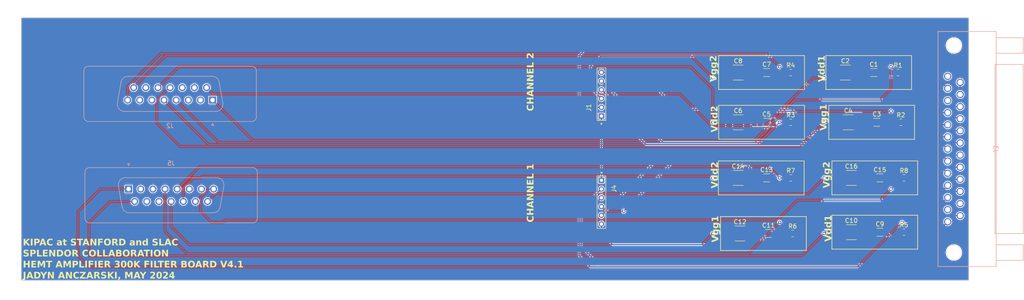
<source format=kicad_pcb>
(kicad_pcb (version 20221018) (generator pcbnew)

  (general
    (thickness 1.6)
  )

  (paper "A4")
  (title_block
    (title "HEMT Amplifier 300K Filter Box")
    (date "2024-05-09")
    (rev "V4.1")
    (company "SPLENDOR Collaboration")
    (comment 1 "Jadyn Anczarski | 2024")
    (comment 2 "KIPAC at Stanford and SLAC")
  )

  (layers
    (0 "F.Cu" signal)
    (31 "B.Cu" signal)
    (32 "B.Adhes" user "B.Adhesive")
    (33 "F.Adhes" user "F.Adhesive")
    (34 "B.Paste" user)
    (35 "F.Paste" user)
    (36 "B.SilkS" user "B.Silkscreen")
    (37 "F.SilkS" user "F.Silkscreen")
    (38 "B.Mask" user)
    (39 "F.Mask" user)
    (40 "Dwgs.User" user "User.Drawings")
    (41 "Cmts.User" user "User.Comments")
    (42 "Eco1.User" user "User.Eco1")
    (43 "Eco2.User" user "User.Eco2")
    (44 "Edge.Cuts" user)
    (45 "Margin" user)
    (46 "B.CrtYd" user "B.Courtyard")
    (47 "F.CrtYd" user "F.Courtyard")
    (48 "B.Fab" user)
    (49 "F.Fab" user)
    (50 "User.1" user)
    (51 "User.2" user)
    (52 "User.3" user)
    (53 "User.4" user)
    (54 "User.5" user)
    (55 "User.6" user)
    (56 "User.7" user)
    (57 "User.8" user)
    (58 "User.9" user)
  )

  (setup
    (pad_to_mask_clearance 0)
    (grid_origin 50.810662 0)
    (pcbplotparams
      (layerselection 0x00010fc_ffffffff)
      (plot_on_all_layers_selection 0x0000000_00000000)
      (disableapertmacros false)
      (usegerberextensions false)
      (usegerberattributes true)
      (usegerberadvancedattributes true)
      (creategerberjobfile true)
      (dashed_line_dash_ratio 12.000000)
      (dashed_line_gap_ratio 3.000000)
      (svgprecision 4)
      (plotframeref false)
      (viasonmask false)
      (mode 1)
      (useauxorigin false)
      (hpglpennumber 1)
      (hpglpenspeed 20)
      (hpglpendiameter 15.000000)
      (dxfpolygonmode true)
      (dxfimperialunits true)
      (dxfusepcbnewfont true)
      (psnegative false)
      (psa4output false)
      (plotreference true)
      (plotvalue true)
      (plotinvisibletext false)
      (sketchpadsonfab false)
      (subtractmaskfromsilk false)
      (outputformat 1)
      (mirror false)
      (drillshape 1)
      (scaleselection 1)
      (outputdirectory "")
    )
  )

  (net 0 "")
  (net 1 "GND")
  (net 2 "unconnected-(J2-Pad2)")
  (net 3 "unconnected-(J2-Pad3)")
  (net 4 "unconnected-(J2-Pad6)")
  (net 5 "unconnected-(J2-Pad7)")
  (net 6 "unconnected-(J2-P10-Pad10)")
  (net 7 "unconnected-(J2-P111-Pad11)")
  (net 8 "unconnected-(J2-P14-Pad14)")
  (net 9 "unconnected-(J3-Pad2)")
  (net 10 "unconnected-(J3-Pad11)")
  (net 11 "unconnected-(J3-Pad13)")
  (net 12 "unconnected-(J3-P15-Pad15)")
  (net 13 "unconnected-(J3-P24-Pad24)")
  (net 14 "unconnected-(J5-Pad2)")
  (net 15 "unconnected-(J5-Pad3)")
  (net 16 "unconnected-(J5-Pad6)")
  (net 17 "unconnected-(J5-Pad7)")
  (net 18 "unconnected-(J5-P10-Pad10)")
  (net 19 "unconnected-(J5-P111-Pad11)")
  (net 20 "unconnected-(J5-P14-Pad14)")
  (net 21 "/Vdd1+(2)")
  (net 22 "/Vdd1-(2)")
  (net 23 "/INJ (2)")
  (net 24 "/Vgg1-(2)")
  (net 25 "/Vdd2-(2)")
  (net 26 "/Vgg2-(2)")
  (net 27 "/Vdd1+(1)")
  (net 28 "/Vdd1-(1)")
  (net 29 "/INJ (1)")
  (net 30 "/Vgg1-(1)")
  (net 31 "/Vdd2-(1)")
  (net 32 "/Vgg2-(1)")
  (net 33 "/OUT-(2)")
  (net 34 "/OUT+(2)")
  (net 35 "/DETBIAS-(2)")
  (net 36 "/DETBIAS+(2)")
  (net 37 "/Vgg2+(2)")
  (net 38 "/Vdd2+(2)")
  (net 39 "/OUT-(1)")
  (net 40 "/DETBIAS-(1)")
  (net 41 "/OUT+(1)")
  (net 42 "/DETBIAS+(1)")
  (net 43 "/Vgg2+(1)")
  (net 44 "/Vdd2+(1)")
  (net 45 "/Vdd1+(2) ")
  (net 46 "/Vgg1+(2)")
  (net 47 "/Vdd2(2) ")
  (net 48 "/Vgg2(2) ")
  (net 49 "/Vdd1+(1) ")
  (net 50 "/Vdd2(1) ")
  (net 51 "/Vgg2(1) ")
  (net 52 "/Vgg1+(1)")

  (footprint "Capacitor_SMD:C_1206_3216Metric" (layer "F.Cu") (at 238.770662 101.6))

  (footprint "Capacitor_SMD:C_1812_4532Metric" (layer "F.Cu") (at 230.890662 77.5335))

  (footprint "Capacitor_SMD:C_1206_3216Metric" (layer "F.Cu") (at 213.370662 114.3))

  (footprint "Resistor_SMD:R_0805_2012Metric" (layer "F.Cu") (at 218.450662 88.9))

  (footprint "Resistor_SMD:R_0805_2012Metric" (layer "F.Cu") (at 244.270662 114.0035))

  (footprint "Capacitor_SMD:C_1206_3216Metric" (layer "F.Cu") (at 212.950662 77.5335))

  (footprint "Capacitor_SMD:C_1206_3216Metric" (layer "F.Cu") (at 237.390662 77.5335))

  (footprint "Resistor_SMD:R_0805_2012Metric" (layer "F.Cu") (at 218.870662 114.3))

  (footprint "Resistor_SMD:R_0805_2012Metric" (layer "F.Cu") (at 218.450662 77.5335))

  (footprint "Resistor_SMD:R_0805_2012Metric" (layer "F.Cu") (at 242.890662 77.5335))

  (footprint "Capacitor_SMD:C_1206_3216Metric" (layer "F.Cu") (at 212.950662 101.6))

  (footprint "Capacitor_SMD:C_1812_4532Metric" (layer "F.Cu") (at 232.270662 101.6))

  (footprint "Capacitor_SMD:C_1812_4532Metric" (layer "F.Cu") (at 206.450662 101.6))

  (footprint "Capacitor_SMD:C_1812_4532Metric" (layer "F.Cu") (at 206.870662 114.3))

  (footprint "Capacitor_SMD:C_1812_4532Metric" (layer "F.Cu") (at 206.450662 88.9))

  (footprint "lib:MILL-MAX_830-10-006-10-005000" (layer "F.Cu") (at 175.270662 82.475 90))

  (footprint "Capacitor_SMD:C_1812_4532Metric" (layer "F.Cu") (at 231.55941 88.9))

  (footprint "lib:MILL-MAX_830-10-006-10-005000" (layer "F.Cu") (at 175.270662 107.14 -90))

  (footprint "Capacitor_SMD:C_1206_3216Metric" (layer "F.Cu") (at 238.770662 114.0035))

  (footprint "Capacitor_SMD:C_1206_3216Metric" (layer "F.Cu") (at 212.950662 88.9))

  (footprint "Capacitor_SMD:C_1812_4532Metric" (layer "F.Cu") (at 232.270662 114.0035))

  (footprint "Capacitor_SMD:C_1812_4532Metric" (layer "F.Cu") (at 206.450662 77.5335))

  (footprint "Resistor_SMD:R_0805_2012Metric" (layer "F.Cu") (at 218.450662 101.6))

  (footprint "Capacitor_SMD:C_1206_3216Metric" (layer "F.Cu") (at 238.05941 88.9))

  (footprint "Resistor_SMD:R_0805_2012Metric" (layer "F.Cu") (at 243.55941 88.9))

  (footprint "Resistor_SMD:R_0805_2012Metric" (layer "F.Cu") (at 244.270662 101.6))

  (footprint "Connector_Dsub:DSUB-15_Female_Vertical_P2.77x2.84mm" (layer "B.Cu") (at 86.600662 83.82))

  (footprint "lib:CONN_5747846-4_TYC" (layer "B.Cu") (at 265.159931 95 90))

  (footprint "Connector_Dsub:DSUB-15_Female_Vertical_P2.77x2.84mm" (layer "B.Cu") (at 67.440662 104.14 180))

  (gr_line (start 201.930324 97.7265) (end 201.930324 105.4735)
    (stroke (width 0.15) (type default)) (layer "F.SilkS") (tstamp 06e053e5-e103-4f9a-b24d-dc599345a786))
  (gr_line (start 227.12041 92.7735) (end 246.67841 92.7735)
    (stroke (width 0.15) (type default)) (layer "F.SilkS") (tstamp 1c392bc6-a9f5-42dd-9e33-a2b96b3ffde9))
  (gr_line (start 221.989662 110.4265) (end 202.431662 110.4265)
    (stroke (width 0.15) (type default)) (layer "F.SilkS") (tstamp 1d2260d1-a33b-43ce-9de7-af574bd60f92))
  (gr_line (start 202.011662 85.0265) (end 202.011662 92.7735)
    (stroke (width 0.15) (type default)) (layer "F.SilkS") (tstamp 2dac2d50-e1ea-4b8e-b3f3-5e46e6409e36))
  (gr_line (start 221.569662 81.407) (end 221.569662 73.66)
    (stroke (width 0.15) (type default)) (layer "F.SilkS") (tstamp 36af4fe3-a8bb-4c47-88bc-b96dd9aef578))
  (gr_line (start 201.930324 105.4735) (end 221.488324 105.4735)
    (stroke (width 0.15) (type default)) (layer "F.SilkS") (tstamp 3c699a2b-9444-49dc-8678-3ad071b2a8aa))
  (gr_line (start 221.488324 105.4735) (end 221.488324 97.7265)
    (stroke (width 0.15) (type default)) (layer "F.SilkS") (tstamp 435c4ef9-7219-41bd-ae91-30d3a9ac9d99))
  (gr_line (start 202.011662 92.7735) (end 221.569662 92.7735)
    (stroke (width 0.15) (type default)) (layer "F.SilkS") (tstamp 439e8968-73be-43b6-9d1e-c7b41345c26b))
  (gr_line (start 247.389662 117.877) (end 247.389662 110.13)
    (stroke (width 0.15) (type default)) (layer "F.SilkS") (tstamp 46e90197-3186-4b40-a919-6b062cd076e2))
  (gr_line (start 247.389662 105.4735) (end 247.389662 97.7265)
    (stroke (width 0.15) (type default)) (layer "F.SilkS") (tstamp 47012053-ff99-4509-b6fc-34dc37a630f3))
  (gr_line (start 221.989662 118.1735) (end 221.989662 110.4265)
    (stroke (width 0.15) (type default)) (layer "F.SilkS") (tstamp 4b86ad76-b828-4008-9d75-5e453a516131))
  (gr_line (start 202.011662 81.407) (end 221.569662 81.407)
    (stroke (width 0.15) (type default)) (layer "F.SilkS") (tstamp 5ced2e3d-6dec-4a25-a45b-f3bb356a119a))
  (gr_line (start 227.12041 85.0265) (end 227.12041 92.7735)
    (stroke (width 0.15) (type default)) (layer "F.SilkS") (tstamp 62adb5b6-7a9d-405f-bac5-60a61f74b602))
  (gr_line (start 221.488324 97.7265) (end 201.930324 97.7265)
    (stroke (width 0.15) (type default)) (layer "F.SilkS") (tstamp 7bccbab3-1136-40c4-a9d8-c8f458d6f9d3))
  (gr_line (start 227.831662 105.4735) (end 247.389662 105.4735)
    (stroke (width 0.15) (type default)) (layer "F.SilkS") (tstamp 841ce552-3e36-474c-8fad-be398af63004))
  (gr_line (start 227.831662 110.13) (end 227.831662 117.877)
    (stroke (width 0.15) (type default)) (layer "F.SilkS") (tstamp 86d11e0a-9e1f-4cce-ad09-dbf02dcdf0e0))
  (gr_line (start 221.569662 85.0265) (end 202.011662 85.0265)
    (stroke (width 0.15) (type default)) (layer "F.SilkS") (tstamp 8c8c751c-1251-4881-80e0-aba4122bde06))
  (gr_line (start 227.831662 97.7265) (end 227.831662 105.4735)
    (stroke (width 0.15) (type default)) (layer "F.SilkS") (tstamp 8ebb1e18-4079-4304-96a9-73d1be1e9e59))
  (gr_line (start 246.67841 92.7735) (end 246.67841 85.0265)
    (stroke (width 0.15) (type default)) (layer "F.SilkS") (tstamp 992dab02-4e28-4264-b4b3-58bd9f987b72))
  (gr_line (start 226.451662 81.407) (end 246.009662 81.407)
    (stroke (width 0.15) (type default)) (layer "F.SilkS") (tstamp a94ce476-1bf9-4ab5-96aa-1a11a5e70cfb))
  (gr_line (start 246.009662 81.407) (end 246.009662 73.66)
    (stroke (width 0.15) (type default)) (layer "F.SilkS") (tstamp b26f6f9f-2d76-4927-9d45-61fc81bd658c))
  (gr_line (start 246.009662 73.66) (end 226.451662 73.66)
    (stroke (width 0.15) (type default)) (layer "F.SilkS") (tstamp b3b89b70-4ea8-4aec-adc4-2aa29aec1504))
  (gr_line (start 221.569662 92.7735) (end 221.569662 85.0265)
    (stroke (width 0.15) (type default)) (layer "F.SilkS") (tstamp bf57c742-1f36-4020-99ef-da23f7607148))
  (gr_line (start 247.389662 97.7265) (end 227.831662 97.7265)
    (stroke (width 0.15) (type default)) (layer "F.SilkS") (tstamp c0a77660-d912-42f5-8016-210b2948449e))
  (gr_line (start 247.389662 110.13) (end 227.831662 110.13)
    (stroke (width 0.15) (type default)) (layer "F.SilkS") (tstamp cc5f59af-5332-48fe-91cb-32df4f101f93))
  (gr_line (start 202.011662 73.66) (end 202.011662 81.407)
    (stroke (width 0.15) (type default)) (layer "F.SilkS") (tstamp cde37ed7-4e07-4da6-bb91-51d23c73efae))
  (gr_line (start 226.451662 73.66) (end 226.451662 81.407)
    (stroke (width 0.15) (type default)) (layer "F.SilkS") (tstamp d9eed187-6727-4692-837b-20e31f2ee4dd))
  (gr_line (start 227.831662 117.877) (end 247.389662 117.877)
    (stroke (width 0.15) (type default)) (layer "F.SilkS") (tstamp e0015b84-01a6-439d-acba-ef116f527ffb))
  (gr_line (start 246.67841 85.0265) (end 227.12041 85.0265)
    (stroke (width 0.15) (type default)) (layer "F.SilkS") (tstamp e6c5abe0-43fa-4860-b9ff-0bae33872871))
  (gr_line (start 202.431662 110.4265) (end 202.431662 118.1735)
    (stroke (width 0.15) (type default)) (layer "F.SilkS") (tstamp ebe0c849-0f41-4a0d-a075-17ee2f0d2de7))
  (gr_line (start 202.431662 118.1735) (end 221.989662 118.1735)
    (stroke (width 0.15) (type default)) (layer "F.SilkS") (tstamp f3f8771f-22f8-4ae8-9967-a49885c0f46c))
  (gr_line (start 221.569662 73.66) (end 202.011662 73.66)
    (stroke (width 0.15) (type default)) (layer "F.SilkS") (tstamp f535e50d-7bf4-4908-9fc3-731b6a6fa6e5))
  (gr_line (start 43 65) (end 43 125)
    (stroke (width 0.1) (type default)) (layer "Edge.Cuts") (tstamp 9daaad10-d83e-45ec-a686-5f4b2e52eead))
  (gr_line (start 43 125) (end 259 125)
    (stroke (width 0.1) (type default)) (layer "Edge.Cuts") (tstamp cf685dbd-f11e-411a-baff-99597177cf1f))
  (gr_line (start 259 125) (end 259 65)
    (stroke (width 0.1) (type default)) (layer "Edge.Cuts") (tstamp d137b5ed-a728-41df-ab95-5a179d5bfa40))
  (gr_line (start 259 65) (end 43 65)
    (stroke (width 0.1) (type default)) (layer "Edge.Cuts") (tstamp ff78a30e-ddd8-408b-808f-93b5d7b1d3e3))
  (gr_text "KIPAC at STANFORD and SLAC\nSPLENDOR COLLABORATION\nHEMT AMPLIFIER 300K FILTER BOARD V4.1\nJADYN ANCZARSKI, MAY 2024" (at 43.317662 124.841) (layer "F.SilkS") (tstamp 1d0aa74d-9d51-4b05-b632-1ef0de7daac3)
    (effects (font (face "Trebuchet MS") (size 1.5 1.5) (thickness 0.3) bold) (justify left bottom))
    (render_cache "KIPAC at STANFORD and SLAC\nSPLENDOR COLLABORATION\nHEMT AMPLIFIER 300K FILTER BOARD V4.1\nJADYN ANCZARSKI, MAY 2024" 0
      (polygon
        (pts
          (xy 44.328461 117.026)          (xy 43.908241 116.386694)          (xy 43.74008 116.615305)          (xy 43.74008 117.026)
          (xy 43.472267 117.026)          (xy 43.472267 115.525371)          (xy 43.74008 115.525371)          (xy 43.74008 116.247475)
          (xy 44.253356 115.525371)          (xy 44.558171 115.525371)          (xy 44.085195 116.180797)          (xy 44.649029 117.026)
        )
      )
      (polygon
        (pts
          (xy 44.77286 117.026)          (xy 44.77286 115.525371)          (xy 45.040673 115.525371)          (xy 45.040673 117.026)
        )
      )
      (polygon
        (pts
          (xy 45.618795 116.479384)          (xy 45.618795 117.026)          (xy 45.350983 117.026)          (xy 45.350983 115.512915)
          (xy 45.367504 115.512239)          (xy 45.383591 115.511584)          (xy 45.399243 115.510951)          (xy 45.414462 115.510339)
          (xy 45.429245 115.509749)          (xy 45.45751 115.508632)          (xy 45.484037 115.507602)          (xy 45.508826 115.506658)
          (xy 45.531879 115.505799)          (xy 45.553194 115.505026)          (xy 45.572771 115.504339)          (xy 45.590612 115.503738)
          (xy 45.606714 115.503223)          (xy 45.627611 115.502611)          (xy 45.644599 115.502192)          (xy 45.661168 115.501935)
          (xy 45.664225 115.501924)          (xy 45.686385 115.502033)          (xy 45.70817 115.502359)          (xy 45.729579 115.502903)
          (xy 45.750612 115.503664)          (xy 45.77127 115.504643)          (xy 45.791552 115.50584)          (xy 45.811458 115.507254)
          (xy 45.830989 115.508885)          (xy 45.850144 115.510734)          (xy 45.868924 115.512801)          (xy 45.887327 115.515085)
          (xy 45.905355 115.517586)          (xy 45.923008 115.520305)          (xy 45.940284 115.523242)          (xy 45.957185 115.526396)
          (xy 45.973711 115.529768)          (xy 45.989861 115.533357)          (xy 46.005635 115.537164)          (xy 46.021033 115.541188)
          (xy 46.036056 115.54543)          (xy 46.050703 115.549889)          (xy 46.064974 115.554566)          (xy 46.07887 115.55946)
          (xy 46.105534 115.569902)          (xy 46.130696 115.581213)          (xy 46.154355 115.593395)          (xy 46.176512 115.606447)
          (xy 46.187026 115.613299)          (xy 46.207079 115.627663)          (xy 46.225838 115.643003)          (xy 46.243303 115.659319)
          (xy 46.259475 115.676611)          (xy 46.274353 115.694879)          (xy 46.287937 115.714123)          (xy 46.300227 115.734344)
          (xy 46.311224 115.75554)          (xy 46.320927 115.777712)          (xy 46.329336 115.80086)          (xy 46.336452 115.824984)
          (xy 46.342273 115.850085)          (xy 46.346801 115.876161)          (xy 46.350036 115.903213)          (xy 46.351976 115.931242)
          (xy 46.352623 115.960246)          (xy 46.352025 115.992636)          (xy 46.350232 116.023998)          (xy 46.347243 116.054331)
          (xy 46.343058 116.083636)          (xy 46.337677 116.111913)          (xy 46.331101 116.139162)          (xy 46.323329 116.165382)
          (xy 46.314361 116.190574)          (xy 46.304198 116.214738)          (xy 46.292838 116.237874)          (xy 46.280284 116.259982)
          (xy 46.266533 116.281061)          (xy 46.251587 116.301112)          (xy 46.235445 116.320134)          (xy 46.218108 116.338129)
          (xy 46.199574 116.355095)          (xy 46.179846 116.371033)          (xy 46.158921 116.385943)          (xy 46.136801 116.399824)
          (xy 46.113485 116.412677)          (xy 46.088973 116.424502)          (xy 46.063265 116.435299)          (xy 46.036362 116.445067)
          (xy 46.008264 116.453807)          (xy 45.978969 116.461519)          (xy 45.948479 116.468203)          (xy 45.916793 116.473858)
          (xy 45.883912 116.478485)          (xy 45.849834 116.482084)          (xy 45.814561 116.484655)          (xy 45.778093 116.486197)
          (xy 45.740428 116.486711)          (xy 45.72548 116.486532)          (xy 45.70903 116.485996)          (xy 45.691077 116.485101)
          (xy 45.675632 116.484128)          (xy 45.659226 116.482926)          (xy 45.641858 116.481495)          (xy 45.623528 116.479835)
        )
          (pts
            (xy 45.618795 115.741526)            (xy 45.618795 116.244911)            (xy 45.635379 116.246628)            (xy 45.651058 116.248117)
            (xy 45.665833 116.249376)            (xy 45.68303 116.250628)            (xy 45.698813 116.251523)            (xy 45.715888 116.252124)
            (xy 45.72614 116.252238)            (xy 45.748696 116.251989)            (xy 45.770476 116.251242)            (xy 45.79148 116.249997)
            (xy 45.811709 116.248254)            (xy 45.831162 116.246013)            (xy 45.84984 116.243274)            (xy 45.867741 116.240037)
            (xy 45.884868 116.236301)            (xy 45.901218 116.232068)            (xy 45.916793 116.227337)            (xy 45.931592 116.222108)
            (xy 45.945615 116.21638)            (xy 45.965196 116.206856)            (xy 45.983032 116.19621)            (xy 45.993952 116.188491)
            (xy 46.009077 116.175833)            (xy 46.022714 116.161765)            (xy 46.034863 116.146286)            (xy 46.045524 116.129397)
            (xy 46.054698 116.111098)            (xy 46.062384 116.091389)            (xy 46.068582 116.070269)            (xy 46.071888 116.055405)
            (xy 46.074533 116.039915)            (xy 46.076516 116.023798)            (xy 46.077839 116.007054)            (xy 46.0785 115.989683)
            (xy 46.078583 115.980762)            (xy 46.078213 115.965728)            (xy 46.075256 115.937092)            (xy 46.069343 115.910364)
            (xy 46.060473 115.885546)            (xy 46.048646 115.862637)            (xy 46.033863 115.841636)            (xy 46.016123 115.822545)
            (xy 45.995426 115.805364)            (xy 45.971773 115.790091)            (xy 45.958837 115.78317)            (xy 45.945163 115.776727)
            (xy 45.930749 115.770761)            (xy 45.915596 115.765272)            (xy 45.899704 115.760261)            (xy 45.883073 115.755727)
            (xy 45.865702 115.75167)            (xy 45.847592 115.748091)            (xy 45.828744 115.744988)            (xy 45.809156 115.742363)
            (xy 45.788829 115.740215)            (xy 45.767762 115.738545)            (xy 45.745957 115.737352)            (xy 45.723412 115.736636)
            (xy 45.700128 115.736397)            (xy 45.684432 115.736578)            (xy 45.668942 115.737119)            (xy 45.653657 115.73802)
            (xy 45.638579 115.739282)            (xy 45.623707 115.740905)
          )
      )
      (polygon
        (pts
          (xy 47.385404 117.026)          (xy 47.275128 116.721184)          (xy 46.757822 116.721184)          (xy 46.652675 117.026)
          (xy 46.354821 117.026)          (xy 46.956758 115.501924)          (xy 47.073994 115.501924)          (xy 47.68106 117.026)
        )
          (pts
            (xy 47.015376 115.947423)            (xy 46.834026 116.510159)            (xy 47.196726 116.510159)
          )
      )
      (polygon
        (pts
          (xy 48.790411 115.619161)          (xy 48.680135 115.840811)          (xy 48.668489 115.828167)          (xy 48.65599 115.816339)
          (xy 48.642637 115.805327)          (xy 48.628432 115.79513)          (xy 48.613374 115.785749)          (xy 48.597463 115.777184)
          (xy 48.580699 115.769434)          (xy 48.563082 115.762501)          (xy 48.544612 115.756383)          (xy 48.525289 115.75108)
          (xy 48.505113 115.746594)          (xy 48.484085 115.742923)          (xy 48.462203 115.740068)          (xy 48.439468 115.738029)
          (xy 48.415881 115.736805)          (xy 48.39144 115.736397)          (xy 48.368122 115.737011)          (xy 48.345336 115.738853)
          (xy 48.323082 115.741923)          (xy 48.30136 115.74622)          (xy 48.280171 115.751746)          (xy 48.259515 115.758499)
          (xy 48.239391 115.766481)          (xy 48.219799 115.77569)          (xy 48.200739 115.786127)          (xy 48.182212 115.797792)
          (xy 48.164217 115.810685)          (xy 48.146755 115.824806)          (xy 48.129825 115.840154)          (xy 48.113427 115.856731)
          (xy 48.097562 115.874535)          (xy 48.082229 115.893568)          (xy 48.067633 115.91354)          (xy 48.053979 115.934165)
          (xy 48.041266 115.955443)          (xy 48.029495 115.977373)          (xy 48.018666 115.999956)          (xy 48.008779 116.023192)
          (xy 47.999833 116.04708)          (xy 47.991828 116.071621)          (xy 47.984766 116.096814)          (xy 47.978645 116.12266)
          (xy 47.973466 116.149158)          (xy 47.969228 116.176309)          (xy 47.965933 116.204113)          (xy 47.963578 116.232569)
          (xy 47.962166 116.261678)          (xy 47.961813 116.276477)          (xy 47.961695 116.291439)          (xy 47.961804 116.306386)
          (xy 47.962131 116.321139)          (xy 47.963441 116.350063)          (xy 47.965623 116.378212)          (xy 47.968679 116.405585)
          (xy 47.972607 116.432182)          (xy 47.977409 116.458003)          (xy 47.983083 116.483049)          (xy 47.98963 116.507319)
          (xy 47.997051 116.530814)          (xy 48.005344 116.553533)          (xy 48.01451 116.575476)          (xy 48.024549 116.596643)
          (xy 48.035462 116.617035)          (xy 48.047247 116.636652)          (xy 48.059905 116.655492)          (xy 48.073436 116.673557)
          (xy 48.087696 116.690682)          (xy 48.102539 116.706702)          (xy 48.117967 116.721617)          (xy 48.133978 116.735427)
          (xy 48.150573 116.748132)          (xy 48.167752 116.759733)          (xy 48.185515 116.770229)          (xy 48.203862 116.77962)
          (xy 48.222793 116.787906)          (xy 48.242307 116.795087)          (xy 48.262406 116.801163)          (xy 48.283088 116.806135)
          (xy 48.304354 116.810002)          (xy 48.326205 116.812764)          (xy 48.348639 116.814421)          (xy 48.371657 116.814974)
          (xy 48.397992 116.814403)          (xy 48.4236 116.81269)          (xy 48.448481 116.809835)          (xy 48.472636 116.805837)
          (xy 48.496063 116.800698)          (xy 48.518763 116.794417)          (xy 48.540737 116.786994)          (xy 48.561983 116.778429)
          (xy 48.582502 116.768722)          (xy 48.602294 116.757872)          (xy 48.62136 116.745881)          (xy 48.639698 116.732748)
          (xy 48.657309 116.718472)          (xy 48.674193 116.703055)          (xy 48.690351 116.686496)          (xy 48.705781 116.668794)
          (xy 48.830345 116.885316)          (xy 48.809279 116.905191)          (xy 48.787022 116.923784)          (xy 48.763575 116.941095)
          (xy 48.751405 116.949269)          (xy 48.738937 116.957123)          (xy 48.726171 116.964656)          (xy 48.713108 116.971869)
          (xy 48.699747 116.978761)          (xy 48.686089 116.985333)          (xy 48.672133 116.991584)          (xy 48.657879 116.997515)
          (xy 48.643327 117.003125)          (xy 48.628478 117.008414)          (xy 48.613331 117.013383)          (xy 48.597887 117.018031)
          (xy 48.582144 117.022359)          (xy 48.566104 117.026366)          (xy 48.549767 117.030052)          (xy 48.533132 117.033418)
          (xy 48.516199 117.036464)          (xy 48.498968 117.039189)          (xy 48.48144 117.041593)          (xy 48.463614 117.043677)
          (xy 48.44549 117.04544)          (xy 48.427069 117.046882)          (xy 48.40835 117.048004)          (xy 48.389334 117.048806)
          (xy 48.370019 117.049287)          (xy 48.350407 117.049447)          (xy 48.330762 117.049245)          (xy 48.311393 117.048641)
          (xy 48.292299 117.047634)          (xy 48.273482 117.046224)          (xy 48.254942 117.044411)          (xy 48.236677 117.042195)
          (xy 48.218689 117.039577)          (xy 48.200977 117.036555)          (xy 48.183541 117.033131)          (xy 48.166381 117.029304)
          (xy 48.149497 117.025074)          (xy 48.13289 117.020441)          (xy 48.116559 117.015405)          (xy 48.100504 117.009967)
          (xy 48.084725 117.004125)          (xy 48.069223 116.997881)          (xy 48.053997 116.991234)          (xy 48.039047 116.984184)
          (xy 48.024373 116.976731)          (xy 48.009975 116.968875)          (xy 47.995853 116.960617)          (xy 47.982008 116.951955)
          (xy 47.968439 116.942891)          (xy 47.955146 116.933424)          (xy 47.94213 116.923554)          (xy 47.929389 116.913281)
          (xy 47.916925 116.902605)          (xy 47.904737 116.891527)          (xy 47.892825 116.880045)          (xy 47.881189 116.868161)
          (xy 47.86983 116.855874)          (xy 47.858747 116.843184)          (xy 47.847973 116.830146)          (xy 47.83754 116.816814)
          (xy 47.82745 116.803189)          (xy 47.817702 116.789271)          (xy 47.808296 116.775059)          (xy 47.799232 116.760554)
          (xy 47.790511 116.745756)          (xy 47.782131 116.730664)          (xy 47.774093 116.715279)          (xy 47.766397 116.6996)
          (xy 47.759043 116.683629)          (xy 47.752032 116.667363)          (xy 47.745362 116.650805)          (xy 47.739034 116.633953)
          (xy 47.733049 116.616807)          (xy 47.727405 116.599368)          (xy 47.722103 116.581636)          (xy 47.717144 116.563611)
          (xy 47.712527 116.545292)          (xy 47.708251 116.526679)          (xy 47.704318 116.507774)          (xy 47.700726 116.488575)
          (xy 47.697477 116.469082)          (xy 47.69457 116.449296)          (xy 47.692004 116.429217)          (xy 47.689781 116.408845)
          (xy 47.6879 116.388179)          (xy 47.686361 116.367219)          (xy 47.685164 116.345967)          (xy 47.684309 116.324421)
          (xy 47.683796 116.302581)          (xy 47.683625 116.280448)          (xy 47.683814 116.259787)          (xy 47.684383 116.239338)
          (xy 47.685331 116.219103)          (xy 47.686658 116.199081)          (xy 47.688365 116.179272)          (xy 47.690451 116.159677)
          (xy 47.692916 116.140295)          (xy 47.69576 116.121126)          (xy 47.698984 116.10217)          (xy 47.702587 116.083427)
          (xy 47.706569 116.064898)          (xy 47.71093 116.046582)          (xy 47.715671 116.028479)          (xy 47.72079 116.010589)
          (xy 47.726289 115.992913)          (xy 47.732168 115.97545)          (xy 47.738425 115.9582)          (xy 47.745062 115.941163)
          (xy 47.752078 115.92434)          (xy 47.759473 115.90773)          (xy 47.767248 115.891333)          (xy 47.775402 115.875149)
          (xy 47.783935 115.859179)          (xy 47.792847 115.843421)          (xy 47.802138 115.827877)          (xy 47.811809 115.812547)
          (xy 47.821859 115.797429)          (xy 47.832288 115.782525)          (xy 47.843097 115.767834)          (xy 47.854284 115.753356)
          (xy 47.865851 115.739091)          (xy 47.877798 115.72504)          (xy 47.89004 115.711313)          (xy 47.902494 115.698022)
          (xy 47.915161 115.685167)          (xy 47.928041 115.672747)          (xy 47.941133 115.660763)          (xy 47.954438 115.649215)
          (xy 47.967955 115.638103)          (xy 47.981685 115.627427)          (xy 47.995627 115.617186)          (xy 48.009782 115.607381)
          (xy 48.024149 115.598012)          (xy 48.038729 115.589079)          (xy 48.053521 115.580581)          (xy 48.068526 115.572519)
          (xy 48.083743 115.564893)          (xy 48.099173 115.557703)          (xy 48.114816 115.550949)          (xy 48.13067 115.54463)
          (xy 48.146738 115.538747)          (xy 48.163018 115.5333)          (xy 48.17951 115.528288)          (xy 48.196215 115.523713)
          (xy 48.213133 115.519573)          (xy 48.230263 115.515869)          (xy 48.247605 115.512601)          (xy 48.265161 115.509768)
          (xy 48.282928 115.507371)          (xy 48.300908 115.50541)          (xy 48.319101 115.503885)          (xy 48.337506 115.502796)
          (xy 48.356124 115.502142)          (xy 48.374954 115.501924)          (xy 48.391087 115.502039)          (xy 48.407016 115.502382)
          (xy 48.422743 115.502955)          (xy 48.438266 115.503756)          (xy 48.453586 115.504786)          (xy 48.468703 115.506046)
          (xy 48.483617 115.507534)          (xy 48.498327 115.509251)          (xy 48.527138 115.513373)          (xy 48.555136 115.518411)
          (xy 48.582322 115.524364)          (xy 48.608694 115.531233)          (xy 48.634254 115.539019)          (xy 48.659001 115.54772)
          (xy 48.682935 115.557337)          (xy 48.706056 115.56787)          (xy 48.728364 115.579319)          (xy 48.749859 115.591683)
          (xy 48.770541 115.604964)
        )
      )
      (polygon
        (pts
          (xy 50.26979 116.905832)          (xy 50.260184 116.921317)          (xy 50.248953 116.93608)          (xy 50.236096 116.950122)
          (xy 50.225386 116.96018)          (xy 50.213762 116.969833)          (xy 50.201223 116.979079)          (xy 50.18777 116.987921)
          (xy 50.173402 116.996356)          (xy 50.15812 117.004385)          (xy 50.147424 117.009513)          (xy 50.131073 117.01665)
          (xy 50.11458 117.023084)          (xy 50.097946 117.028817)          (xy 50.08117 117.033848)          (xy 50.064252 117.038176)
          (xy 50.047192 117.041803)          (xy 50.029991 117.044728)          (xy 50.012648 117.046951)          (xy 49.995163 117.048472)
          (xy 49.977537 117.049291)          (xy 49.965708 117.049447)          (xy 49.943747 117.049099)          (xy 49.922379 117.048056)
          (xy 49.901604 117.046317)          (xy 49.881421 117.043883)          (xy 49.86183 117.040753)          (xy 49.842832 117.036927)
          (xy 49.824427 117.032407)          (xy 49.806614 117.02719)          (xy 49.789393 117.021278)          (xy 49.772765 117.014671)
          (xy 49.75673 117.007368)          (xy 49.741287 116.999369)          (xy 49.726436 116.990675)          (xy 49.712178 116.981286)
          (xy 49.698512 116.971201)          (xy 49.685439 116.96042)          (xy 49.673106 116.948956)          (xy 49.661568 116.93691)
          (xy 49.650826 116.924283)          (xy 49.64088 116.911076)          (xy 49.631729 116.897287)          (xy 49.623374 116.882917)
          (xy 49.615815 116.867966)          (xy 49.609052 116.852434)          (xy 49.603084 116.836322)          (xy 49.597912 116.819628)
          (xy 49.593536 116.802353)          (xy 49.589955 116.784497)          (xy 49.58717 116.76606)          (xy 49.585181 116.747042)
          (xy 49.583987 116.727443)          (xy 49.58359 116.707263)          (xy 49.584151 116.683638)          (xy 49.585834 116.660666)
          (xy 49.588639 116.638346)          (xy 49.592566 116.616679)          (xy 49.597615 116.595665)          (xy 49.603785 116.575303)
          (xy 49.611078 116.555594)          (xy 49.619493 116.536537)          (xy 49.62903 116.518133)          (xy 49.639689 116.500381)
          (xy 49.65147 116.483282)          (xy 49.664373 116.466836)          (xy 49.678398 116.451042)          (xy 49.693545 116.435901)
          (xy 49.709814 116.421413)          (xy 49.727204 116.407577)          (xy 49.745674 116.394445)          (xy 49.765089 116.38216)
          (xy 49.785448 116.370723)          (xy 49.806751 116.360132)          (xy 49.828999 116.350389)          (xy 49.852192 116.341494)
          (xy 49.876329 116.333445)          (xy 49.901411 116.326244)          (xy 49.927437 116.31989)          (xy 49.954408 116.314383)
          (xy 49.982323 116.309723)          (xy 50.011183 116.305911)          (xy 50.025967 116.304322)          (xy 50.040987 116.302945)
          (xy 50.056243 116.30178)          (xy 50.071736 116.300827)          (xy 50.087464 116.300086)          (xy 50.103429 116.299556)
          (xy 50.11963 116.299239)          (xy 50.136067 116.299133)          (xy 50.153558 116.299957)          (xy 50.169039 116.301903)
          (xy 50.185343 116.304995)          (xy 50.20247 116.309231)          (xy 50.216764 116.313444)          (xy 50.231584 116.31839)
          (xy 50.243045 116.32258)          (xy 50.242084 116.297026)          (xy 50.239198 116.273121)          (xy 50.23439 116.250864)
          (xy 50.227658 116.230256)          (xy 50.219003 116.211297)          (xy 50.208424 116.193986)          (xy 50.195922 116.178324)
          (xy 50.181496 116.164311)          (xy 50.165147 116.151946)          (xy 50.146875 116.14123)          (xy 50.126679 116.132162)
          (xy 50.10456 116.124743)          (xy 50.080517 116.118973)          (xy 50.054551 116.114852)          (xy 50.026661 116.112379)
          (xy 50.011995 116.11176)          (xy 49.996849 116.111554)          (xy 49.978854 116.111829)          (xy 49.961231 116.112653)
          (xy 49.94398 116.114027)          (xy 49.927102 116.115951)          (xy 49.910595 116.118424)          (xy 49.894461 116.121446)
          (xy 49.878699 116.125018)          (xy 49.863309 116.12914)          (xy 49.848291 116.133811)          (xy 49.833645 116.139032)
          (xy 49.819371 116.144802)          (xy 49.805469 116.151122)          (xy 49.791939 116.157991)          (xy 49.778782 116.16541)
          (xy 49.765996 116.173378)          (xy 49.753583 116.181896)          (xy 49.697895 115.97087)          (xy 49.714717 115.962352)
          (xy 49.731933 115.954384)          (xy 49.749544 115.946965)          (xy 49.76755 115.940096)          (xy 49.785952 115.933776)
          (xy 49.804748 115.928006)          (xy 49.823939 115.922785)          (xy 49.843525 115.918114)          (xy 49.863506 115.913992)
          (xy 49.883882 115.91042)          (xy 49.904654 115.907398)          (xy 49.92582 115.904925)          (xy 49.947381 115.903001)
          (xy 49.969337 115.901628)          (xy 49.991688 115.900803)          (xy 50.014434 115.900528)          (xy 50.030079 115.900642)
          (xy 50.045459 115.900984)          (xy 50.060576 115.901552)          (xy 50.075428 115.902349)          (xy 50.104341 115.904624)
          (xy 50.132197 115.90781)          (xy 50.158998 115.911906)          (xy 50.184742 115.916912)          (xy 50.20943 115.922828)
          (xy 50.233062 115.929654)          (xy 50.255638 115.937391)          (xy 50.277157 115.946038)          (xy 50.297621 115.955595)
          (xy 50.317028 115.966062)          (xy 50.335379 115.977439)          (xy 50.352674 115.989727)          (xy 50.368913 116.002924)
          (xy 50.384096 116.017032)          (xy 50.398337 116.03241)          (xy 50.411659 116.049415)          (xy 50.424062 116.06805)
          (xy 50.435547 116.088313)          (xy 50.446113 116.110205)          (xy 50.45576 116.133725)          (xy 50.464488 116.158874)
          (xy 50.472298 116.185651)          (xy 50.479189 116.214058)          (xy 50.482289 116.228871)          (xy 50.485161 116.244092)
          (xy 50.487802 116.25972)          (xy 50.490214 116.275756)          (xy 50.492396 116.292198)          (xy 50.494348 116.309048)
          (xy 50.496071 116.326304)          (xy 50.497564 116.343968)          (xy 50.498827 116.362039)          (xy 50.499861 116.380517)
          (xy 50.500665 116.399402)          (xy 50.501239 116.418695)          (xy 50.501584 116.438395)          (xy 50.501698 116.458501)
          (xy 50.501698 116.698103)          (xy 50.502045 116.72539)          (xy 50.503084 116.751381)          (xy 50.504815 116.776075)
          (xy 50.50724 116.799472)          (xy 50.510357 116.821573)          (xy 50.514166 116.842377)          (xy 50.518669 116.861884)
          (xy 50.523864 116.880095)          (xy 50.529751 116.897009)          (xy 50.536331 116.912627)          (xy 50.543604 116.926948)
          (xy 50.55157 116.939973)          (xy 50.564817 116.957078)          (xy 50.579622 116.971267)          (xy 50.590359 116.979105)
          (xy 50.580114 116.9932)          (xy 50.569529 117.005487)          (xy 50.558604 117.015968)          (xy 50.545046 117.026161)
          (xy 50.530998 117.033751)          (xy 50.518918 117.03809)          (xy 50.503942 117.041949)          (xy 50.488143 117.04501)
          (xy 50.471519 117.047273)          (xy 50.454071 117.048737)          (xy 50.438901 117.049347)          (xy 50.429525 117.049447)
          (xy 50.4124 117.048347)          (xy 50.395829 117.045046)          (xy 50.379813 117.039545)          (xy 50.364352 117.031844)
          (xy 50.349445 117.021943)          (xy 50.337919 117.012437)          (xy 50.329507 117.004384)          (xy 50.318877 116.992907)
          (xy 50.309151 116.981189)          (xy 50.30033 116.96923)          (xy 50.290575 116.953944)          (xy 50.282233 116.938282)
          (xy 50.275305 116.922245)
        )
          (pts
            (xy 50.244877 116.533606)            (xy 50.228906 116.52811)            (xy 50.213965 116.523348)            (xy 50.196738 116.518425)
            (xy 50.181121 116.514647)            (xy 50.164506 116.511624)            (xy 50.148052 116.510182)            (xy 50.145959 116.510159)
            (xy 50.127206 116.510343)            (xy 50.109048 116.510894)            (xy 50.091485 116.511814)            (xy 50.074518 116.513101)
            (xy 50.058146 116.514756)            (xy 50.042369 116.516779)            (xy 50.027188 116.51917)            (xy 50.012602 116.521928)
            (xy 49.985216 116.528548)            (xy 49.960212 116.53664)            (xy 49.937589 116.546203)            (xy 49.917347 116.557236)
            (xy 49.899487 116.569741)            (xy 49.884008 116.583718)            (xy 49.870911 116.599165)            (xy 49.860195 116.616084)
            (xy 49.85186 116.634473)            (xy 49.845906 116.654334)            (xy 49.842334 116.675667)            (xy 49.841144 116.69847)
            (xy 49.841815 116.715417)            (xy 49.843828 116.731271)            (xy 49.847184 116.746031)            (xy 49.854735 116.766122)
            (xy 49.865307 116.783753)            (xy 49.878898 116.798923)            (xy 49.89551 116.811633)            (xy 49.915142 116.821884)
            (xy 49.929909 116.827351)            (xy 49.946017 116.831724)            (xy 49.963468 116.835004)            (xy 49.982262 116.837191)
            (xy 50.002397 116.838284)            (xy 50.012969 116.838421)            (xy 50.041051 116.837597)            (xy 50.067322 116.835124)
            (xy 50.091781 116.831002)            (xy 50.114429 116.825232)            (xy 50.135264 116.817813)            (xy 50.154288 116.808745)
            (xy 50.1715 116.798029)            (xy 50.1869 116.785665)            (xy 50.200488 116.771651)            (xy 50.212265 116.755989)
            (xy 50.22223 116.738678)            (xy 50.230383 116.719719)            (xy 50.236724 116.699111)            (xy 50.241254 116.676854)
            (xy 50.243971 116.652949)            (xy 50.244877 116.627395)
          )
      )
      (polygon
        (pts
          (xy 50.813108 116.135002)          (xy 50.685247 116.135002)          (xy 50.685247 115.923976)          (xy 50.813108 115.923976)
          (xy 50.813108 115.693166)          (xy 51.070662 115.595713)          (xy 51.070662 115.923976)          (xy 51.373645 115.923976)
          (xy 51.373645 116.135002)          (xy 51.070662 116.135002)          (xy 51.070662 116.620801)          (xy 51.070987 116.642514)
          (xy 51.071963 116.663004)          (xy 51.073589 116.68227)          (xy 51.075866 116.700313)          (xy 51.078793 116.717132)
          (xy 51.08237 116.732728)          (xy 51.086598 116.7471)          (xy 51.093247 116.764359)          (xy 51.101052 116.779443)
          (xy 51.107665 116.789328)          (xy 51.117792 116.800834)          (xy 51.12967 116.810806)          (xy 51.1433 116.819244)
          (xy 51.158681 116.826148)          (xy 51.175814 116.831517)          (xy 51.194699 116.835353)          (xy 51.210013 116.837222)
          (xy 51.226311 116.838229)          (xy 51.237724 116.838421)          (xy 51.254994 116.838009)          (xy 51.272045 116.836772)
          (xy 51.288877 116.834712)          (xy 51.30549 116.831826)          (xy 51.321884 116.828117)          (xy 51.338059 116.823583)
          (xy 51.354016 116.818225)          (xy 51.369753 116.812043)          (xy 51.385271 116.805036)          (xy 51.40057 116.797205)
          (xy 51.410648 116.791526)          (xy 51.410648 117.019771)          (xy 51.393152 117.025075)          (xy 51.374322 117.029856)
          (xy 51.35416 117.034116)          (xy 51.332664 117.037855)          (xy 51.317593 117.040057)          (xy 51.30193 117.042028)
          (xy 51.285674 117.043767)          (xy 51.268825 117.045274)          (xy 51.251384 117.046549)          (xy 51.233351 117.047592)
          (xy 51.214725 117.048404)          (xy 51.195507 117.048983)          (xy 51.175696 117.049331)          (xy 51.155292 117.049447)
          (xy 51.134982 117.049083)          (xy 51.115267 117.047993)          (xy 51.096147 117.046175)          (xy 51.077623 117.043631)
          (xy 51.059694 117.040359)          (xy 51.042361 117.036361)          (xy 51.025622 117.031635)          (xy 51.009479 117.026183)
          (xy 50.993932 117.020003)          (xy 50.97898 117.013097)          (xy 50.964623 117.005463)          (xy 50.950861 116.997103)
          (xy 50.937695 116.988015)          (xy 50.925124 116.9782)          (xy 50.913148 116.967659)          (xy 50.901768 116.95639)
          (xy 50.891032 116.944452)          (xy 50.880989 116.931901)          (xy 50.871638 116.918738)          (xy 50.862979 116.904962)
          (xy 50.855014 116.890574)          (xy 50.847741 116.875573)          (xy 50.841161 116.859959)          (xy 50.835273 116.843733)
          (xy 50.830078 116.826895)          (xy 50.825576 116.809444)          (xy 50.821766 116.79138)          (xy 50.818649 116.772704)
          (xy 50.816225 116.753416)          (xy 50.814493 116.733515)          (xy 50.813454 116.713001)          (xy 50.813108 116.691875)
        )
      )
      (polygon
        (pts
          (xy 52.181112 116.939538)          (xy 52.280031 116.697737)          (xy 52.29984 116.711934)          (xy 52.319609 116.725214)
          (xy 52.339339 116.737579)          (xy 52.359028 116.749028)          (xy 52.378677 116.759561)          (xy 52.398286 116.769178)
          (xy 52.417855 116.777879)          (xy 52.437384 116.785665)          (xy 52.456873 116.792534)          (xy 52.476322 116.798487)
          (xy 52.49573 116.803525)          (xy 52.515099 116.807646)          (xy 52.534428 116.810852)          (xy 52.553716 116.813142)
          (xy 52.572965 116.814516)          (xy 52.592173 116.814974)          (xy 52.620744 116.81434)          (xy 52.647471 116.812438)
          (xy 52.672355 116.809268)          (xy 52.695396 116.80483)          (xy 52.716594 116.799124)          (xy 52.735948 116.79215)
          (xy 52.753459 116.783909)          (xy 52.769127 116.774399)          (xy 52.782951 116.763621)          (xy 52.794933 116.751575)
          (xy 52.805071 116.738262)          (xy 52.813365 116.72368)          (xy 52.819817 116.707831)          (xy 52.824425 116.690713)
          (xy 52.82719 116.672328)          (xy 52.828112 116.652674)          (xy 52.827241 116.633738)          (xy 52.824631 116.61503)
          (xy 52.820281 116.596552)          (xy 52.81419 116.578302)          (xy 52.80848 116.564765)          (xy 52.801791 116.551357)
          (xy 52.794123 116.538078)          (xy 52.785476 116.524928)          (xy 52.77585 116.511906)          (xy 52.772424 116.507594)
          (xy 52.760946 116.494532)          (xy 52.747394 116.481173)          (xy 52.731769 116.467518)          (xy 52.720199 116.45825)
          (xy 52.707709 116.448851)          (xy 52.694296 116.439319)          (xy 52.679962 116.429656)          (xy 52.664707 116.419862)
          (xy 52.648529 116.409936)          (xy 52.631431 116.399878)          (xy 52.61341 116.389688)          (xy 52.594468 116.379367)
          (xy 52.574604 116.368914)          (xy 52.553819 116.35833)          (xy 52.54308 116.352988)          (xy 52.521815 116.342344)
          (xy 52.501435 116.331934)          (xy 52.481939 116.321759)          (xy 52.463327 116.311818)          (xy 52.4456 116.302112)
          (xy 52.428757 116.292641)          (xy 52.412799 116.283405)          (xy 52.397725 116.274403)          (xy 52.383536 116.265636)
          (xy 52.370231 116.257104)          (xy 52.35781 116.248806)          (xy 52.340837 116.2368)          (xy 52.325855 116.225322)
          (xy 52.312862 116.214372)          (xy 52.308973 116.210839)          (xy 52.297949 116.200145)          (xy 52.287408 116.189085)
          (xy 52.27735 116.177657)          (xy 52.267775 116.165862)          (xy 52.258682 116.1537)          (xy 52.250073 116.141171)
          (xy 52.241947 116.128275)          (xy 52.234304 116.115012)          (xy 52.227144 116.101382)          (xy 52.220466 116.087384)
          (xy 52.216283 116.077849)          (xy 52.210522 116.063213)          (xy 52.205327 116.048293)          (xy 52.200698 116.033091)
          (xy 52.196637 116.017605)          (xy 52.193142 116.001835)          (xy 52.190214 115.985783)          (xy 52.187853 115.969446)
          (xy 52.186058 115.952827)          (xy 52.18483 115.935924)          (xy 52.184169 115.918738)          (xy 52.184043 115.907123)
          (xy 52.184544 115.885512)          (xy 52.186047 115.864367)          (xy 52.188551 115.843689)          (xy 52.192057 115.823477)
          (xy 52.196565 115.803732)          (xy 52.202075 115.784454)          (xy 52.208587 115.765642)          (xy 52.2161 115.747297)
          (xy 52.224615 115.729418)          (xy 52.234132 115.712005)          (xy 52.244651 115.69506)          (xy 52.256171 115.67858)
          (xy 52.268693 115.662568)          (xy 52.282217 115.647022)          (xy 52.296743 115.631942)          (xy 52.312271 115.617329)
          (xy 52.328584 115.603354)          (xy 52.345467 115.590281)          (xy 52.362919 115.578109)          (xy 52.380941 115.566839)
          (xy 52.399533 115.556471)          (xy 52.418694 115.547004)          (xy 52.438425 115.538439)          (xy 52.458725 115.530775)
          (xy 52.479595 115.524013)          (xy 52.501034 115.518153)          (xy 52.523043 115.513194)          (xy 52.545622 115.509137)
          (xy 52.56877 115.505981)          (xy 52.592488 115.503727)          (xy 52.616775 115.502375)          (xy 52.641632 115.501924)
          (xy 52.657846 115.50202)          (xy 52.673788 115.502306)          (xy 52.689459 115.502784)          (xy 52.704859 115.503453)
          (xy 52.719987 115.504312)          (xy 52.734845 115.505363)          (xy 52.763746 115.508038)          (xy 52.791562 115.511477)
          (xy 52.818294 115.51568)          (xy 52.843941 115.520647)          (xy 52.868503 115.526379)          (xy 52.891981 115.532875)
          (xy 52.914373 115.540135)          (xy 52.935681 115.548159)          (xy 52.955904 115.556947)          (xy 52.975042 115.5665)
          (xy 52.993096 115.576817)          (xy 53.010064 115.587898)          (xy 53.025948 115.599743)          (xy 52.944615 115.830187)
          (xy 52.926923 115.818829)          (xy 52.909107 115.808205)          (xy 52.891168 115.798313)          (xy 52.873106 115.789154)
          (xy 52.854921 115.780727)          (xy 52.836612 115.773034)          (xy 52.818181 115.766073)          (xy 52.799627 115.759845)
          (xy 52.780949 115.754349)          (xy 52.762149 115.749586)          (xy 52.743225 115.745556)          (xy 52.724179 115.742259)
          (xy 52.705009 115.739695)          (xy 52.685716 115.737863)          (xy 52.6663 115.736764)          (xy 52.646761 115.736397)
          (xy 52.629749 115.736822)          (xy 52.613471 115.738097)          (xy 52.597927 115.740223)          (xy 52.583117 115.743198)
          (xy 52.564513 115.748487)          (xy 52.547213 115.755288)          (xy 52.531219 115.7636)          (xy 52.51653 115.773423)
          (xy 52.503146 115.784757)          (xy 52.491211 115.797214)          (xy 52.480867 115.810586)          (xy 52.472114 115.824874)
          (xy 52.464953 115.840078)          (xy 52.459383 115.856198)          (xy 52.455405 115.873234)          (xy 52.453018 115.891186)
          (xy 52.452222 115.910054)          (xy 52.453345 115.926032)          (xy 52.456716 115.942094)          (xy 52.462333 115.958238)
          (xy 52.470197 115.974465)          (xy 52.480307 115.990776)          (xy 52.492665 116.007169)          (xy 52.50727 116.023645)
          (xy 52.524121 116.040205)          (xy 52.543219 116.056847)          (xy 52.564564 116.073573)          (xy 52.588156 116.090381)
          (xy 52.600794 116.098816)          (xy 52.613995 116.107272)          (xy 52.627757 116.115749)          (xy 52.64208 116.124247)
          (xy 52.656965 116.132765)          (xy 52.672413 116.141304)          (xy 52.688421 116.149864)          (xy 52.704992 116.158445)
          (xy 52.722124 116.167046)          (xy 52.739818 116.175668)          (xy 52.758402 116.184737)          (xy 52.776328 116.193717)
          (xy 52.793596 116.202609)          (xy 52.810206 116.211411)          (xy 52.826157 116.220125)          (xy 52.84145 116.228751)
          (xy 52.856084 116.237287)          (xy 52.87006 116.245735)          (xy 52.883378 116.254094)          (xy 52.896038 116.262365)
          (xy 52.913793 116.274604)          (xy 52.930067 116.286643)          (xy 52.944859 116.298483)          (xy 52.958171 116.310124)
          (xy 52.970458 116.321841)          (xy 52.982179 116.333913)          (xy 52.993333 116.346339)          (xy 53.003921 116.359119)
          (xy 53.013941 116.372254)          (xy 53.023395 116.385742)          (xy 53.032282 116.399585)          (xy 53.040603 116.413782)
          (xy 53.048357 116.428333)          (xy 53.055544 116.443238)          (xy 53.06002 116.453372)          (xy 53.066306 116.468855)
          (xy 53.071973 116.484666)          (xy 53.077022 116.500806)          (xy 53.081452 116.517274)          (xy 53.085265 116.534071)
          (xy 53.088459 116.551196)          (xy 53.091035 116.568649)          (xy 53.092993 116.586431)          (xy 53.094332 116.604541)
          (xy 53.095054 116.62298)          (xy 53.095191 116.635455)          (xy 53.094626 116.657783)          (xy 53.09293 116.679614)
          (xy 53.090104 116.700946)          (xy 53.086147 116.72178)          (xy 53.081059 116.742116)          (xy 53.074841 116.761954)
          (xy 53.067492 116.781294)          (xy 53.059013 116.800136)          (xy 53.049403 116.81848)          (xy 53.038662 116.836326)
          (xy 53.026791 116.853674)          (xy 53.01379 116.870524)          (xy 52.999657 116.886876)          (xy 52.984395 116.902729)
          (xy 52.968001 116.918085)          (xy 52.950477 116.932943)          (xy 52.932003 116.947051)          (xy 52.912759 116.960249)
          (xy 52.892745 116.972536)          (xy 52.871961 116.983913)          (xy 52.850407 116.994381)          (xy 52.828083 117.003938)
          (xy 52.804989 117.012584)          (xy 52.781125 117.020321)          (xy 52.756492 117.027147)          (xy 52.731088 117.033063)
          (xy 52.704914 117.038069)          (xy 52.677971 117.042165)          (xy 52.650257 117.045351)          (xy 52.621774 117.047626)
          (xy 52.592521 117.048992)          (xy 52.577605 117.049333)          (xy 52.562498 117.049447)          (xy 52.536235 117.049017)
          (xy 52.510296 117.047729)          (xy 52.484681 117.045583)          (xy 52.459389 117.042577)          (xy 52.43442 117.038713)
          (xy 52.409775 117.033991)          (xy 52.385453 117.028409)          (xy 52.361455 117.021969)          (xy 52.33778 117.014671)
          (xy 52.314429 117.006514)          (xy 52.291401 116.997498)          (xy 52.268696 116.987623)          (xy 52.246315 116.97689)
          (xy 52.224257 116.965298)          (xy 52.202523 116.952847)
        )
      )
      (polygon
        (pts
          (xy 53.940027 115.759845)          (xy 53.940027 117.026)          (xy 53.672215 117.026)          (xy 53.672215 115.759845)
          (xy 53.191911 115.759845)          (xy 53.191911 115.525371)          (xy 54.441946 115.525371)          (xy 54.441946 115.759845)
        )
      )
      (polygon
        (pts
          (xy 55.391196 117.026)          (xy 55.28092 116.721184)          (xy 54.763614 116.721184)          (xy 54.658468 117.026)
          (xy 54.360613 117.026)          (xy 54.96255 115.501924)          (xy 55.079786 115.501924)          (xy 55.686852 117.026)
        )
          (pts
            (xy 55.021168 115.947423)            (xy 54.839818 116.510159)            (xy 55.202518 116.510159)
          )
      )
      (polygon
        (pts
          (xy 56.729891 117.049447)          (xy 55.997163 116.111554)          (xy 55.997163 117.026)          (xy 55.739608 117.026)
          (xy 55.739608 115.525371)          (xy 55.868202 115.525371)          (xy 56.581514 116.439817)          (xy 56.581514 115.525371)
          (xy 56.839068 115.525371)          (xy 56.839068 117.049447)
        )
      )
      (polygon
        (pts
          (xy 57.408398 115.759845)          (xy 57.408398 116.111554)          (xy 57.93926 116.111554)          (xy 57.93926 116.346027)
          (xy 57.408398 116.346027)          (xy 57.408398 117.026)          (xy 57.140585 117.026)          (xy 57.140585 115.525371)
          (xy 58.134898 115.525371)          (xy 58.134898 115.759845)
        )
      )
      (polygon
        (pts
          (xy 58.293534 116.263595)          (xy 58.293706 116.243702)          (xy 58.294224 116.224002)          (xy 58.295086 116.204496)
          (xy 58.296293 116.185182)          (xy 58.297845 116.166062)          (xy 58.299742 116.147135)          (xy 58.301984 116.128401)
          (xy 58.304571 116.10986)          (xy 58.307502 116.091512)          (xy 58.310779 116.073358)          (xy 58.3144 116.055397)
          (xy 58.318366 116.037629)          (xy 58.322678 116.020054)          (xy 58.327334 116.002673)          (xy 58.332335 115.985484)
          (xy 58.337681 115.968489)          (xy 58.343372 115.951687)          (xy 58.349407 115.935078)          (xy 58.355788 115.918663)
          (xy 58.362513 115.90244)          (xy 58.369584 115.886411)          (xy 58.376999 115.870575)          (xy 58.384759 115.854933)
          (xy 58.392864 115.839483)          (xy 58.401314 115.824227)          (xy 58.410109 115.809164)          (xy 58.419249 115.794294)
          (xy 58.428734 115.779617)          (xy 58.438563 115.765133)          (xy 58.448738 115.750843)          (xy 58.459257 115.736746)
          (xy 58.470121 115.722842)          (xy 58.481297 115.70925)          (xy 58.492704 115.69609)          (xy 58.504344 115.683361)
          (xy 58.516215 115.671064)          (xy 58.528317 115.659199)          (xy 58.540652 115.647764)          (xy 58.553219 115.636762)
          (xy 58.566017 115.62619)          (xy 58.579047 115.616051)          (xy 58.59231 115.606342)          (xy 58.605804 115.597065)
          (xy 58.619529 115.58822)          (xy 58.633487 115.579806)          (xy 58.647676 115.571824)          (xy 58.662098 115.564273)
          (xy 58.676751 115.557154)          (xy 58.691636 115.550466)          (xy 58.706753 115.544209)          (xy 58.722101 115.538384)
          (xy 58.737682 115.532991)          (xy 58.753494 115.528029)          (xy 58.769538 115.523498)          (xy 58.785814 115.519399)
          (xy 58.802322 115.515731)          (xy 58.819062 115.512495)          (xy 58.836033 115.509691)          (xy 58.853237 115.507318)
          (xy 58.870672 115.505376)          (xy 58.888339 115.503866)          (xy 58.906238 115.502787)          (xy 58.924369 115.50214)
          (xy 58.942731 115.501924)          (xy 58.962937 115.502119)          (xy 58.982842 115.502706)          (xy 59.002447 115.503682)
          (xy 59.021751 115.50505)          (xy 59.040755 115.506808)          (xy 59.059458 115.508957)          (xy 59.077861 115.511496)
          (xy 59.095963 115.514426)          (xy 59.113765 115.517747)          (xy 59.131266 115.521459)          (xy 59.148466 115.525561)
          (xy 59.165366 115.530054)          (xy 59.181966 115.534938)          (xy 59.198265 115.540212)          (xy 59.214263 115.545877)
          (xy 59.229961 115.551933)          (xy 59.245358 115.558379)          (xy 59.260455 115.565216)          (xy 59.275251 115.572444)
          (xy 59.289747 115.580063)          (xy 59.303942 115.588072)          (xy 59.317837 115.596472)          (xy 59.331431 115.605262)
          (xy 59.344724 115.614444)          (xy 59.357718 115.624016)          (xy 59.37041 115.633978)          (xy 59.382802 115.644332)
          (xy 59.394893 115.655076)          (xy 59.406684 115.666211)          (xy 59.418175 115.677736)          (xy 59.429365 115.689652)
          (xy 59.440254 115.701959)          (xy 59.450848 115.714619)          (xy 59.461105 115.727595)          (xy 59.471026 115.740886)
          (xy 59.480611 115.754492)          (xy 59.48986 115.768414)          (xy 59.498772 115.782652)          (xy 59.507348 115.797206)
          (xy 59.515588 115.812074)          (xy 59.523491 115.827259)          (xy 59.531058 115.842759)          (xy 59.538289 115.858574)
          (xy 59.545183 115.874706)          (xy 59.551741 115.891152)          (xy 59.557963 115.907914)          (xy 59.563848 115.924992)
          (xy 59.569397 115.942386)          (xy 59.57461 115.960094)          (xy 59.579487 115.978119)          (xy 59.584027 115.996459)
          (xy 59.588231 116.015115)          (xy 59.592098 116.034086)          (xy 59.59563 116.053372)          (xy 59.598825 116.072975)
          (xy 59.601683 116.092893)          (xy 59.604206 116.113126)          (xy 59.606392 116.133675)          (xy 59.608241 116.154539)
          (xy 59.609755 116.17572)          (xy 59.610932 116.197215)          (xy 59.611773 116.219026)          (xy 59.612277 116.241153)
          (xy 59.612445 116.263595)          (xy 59.61227 116.286027)          (xy 59.611742 116.308169)          (xy 59.610864 116.33002)
          (xy 59.609634 116.35158)          (xy 59.608053 116.37285)          (xy 59.606121 116.393829)          (xy 59.603837 116.414518)
          (xy 59.601202 116.434917)          (xy 59.598216 116.455024)          (xy 59.594878 116.474842)          (xy 59.591189 116.494368)
          (xy 59.587149 116.513605)          (xy 59.582757 116.53255)          (xy 59.578014 116.551206)          (xy 59.57292 116.56957)
          (xy 59.567474 116.587645)          (xy 59.561677 116.605428)          (xy 59.555528 116.622922)          (xy 59.549029 116.640124)
          (xy 59.542178 116.657036)          (xy 59.534975 116.673658)          (xy 59.527421 116.689989)          (xy 59.519516 116.70603)
          (xy 59.51126 116.72178)          (xy 59.502652 116.737239)          (xy 59.493693 116.752408)          (xy 59.484383 116.767287)
          (xy 59.474721 116.781875)          (xy 59.464708 116.796172)          (xy 59.454343 116.810179)          (xy 59.443627 116.823896)
          (xy 59.43256 116.837322)          (xy 59.42117 116.850373)          (xy 59.409487 116.863009)          (xy 59.397508 116.875231)
          (xy 59.385236 116.887039)          (xy 59.37267 116.898432)          (xy 59.35981 116.909411)          (xy 59.346655 116.919976)
          (xy 59.333207 116.930127)          (xy 59.319464 116.939863)          (xy 59.305428 116.949185)          (xy 59.291097 116.958092)
          (xy 59.276472 116.966586)          (xy 59.261553 116.974664)          (xy 59.24634 116.982329)          (xy 59.230833 116.98958)
          (xy 59.215032 116.996416)          (xy 59.198936 117.002837)          (xy 59.182547 117.008845)          (xy 59.165863 117.014438)
          (xy 59.148886 117.019617)          (xy 59.131614 117.024381)          (xy 59.114048 117.028731)          (xy 59.096188 117.032667)
          (xy 59.078034 117.036189)          (xy 59.059586 117.039296)          (xy 59.040844 117.041989)          (xy 59.021808 117.044268)
          (xy 59.002477 117.046132)          (xy 58.982853 117.047582)          (xy 58.962934 117.048618)          (xy 58.942722 117.04924)
          (xy 58.922215 117.049447)          (xy 58.903348 117.049241)          (xy 58.884758 117.048625)          (xy 58.866446 117.047599)
          (xy 58.84841 117.046161)          (xy 58.830651 117.044313)          (xy 58.813169 117.042054)          (xy 58.795963 117.039384)
          (xy 58.779035 117.036303)          (xy 58.762384 117.032812)          (xy 58.746009 117.02891)          (xy 58.729912 117.024598)
          (xy 58.714091 117.019874)          (xy 58.698548 117.01474)          (xy 58.683281 117.009195)          (xy 58.668291 117.00324)
          (xy 58.653578 116.996874)          (xy 58.639142 116.990097)          (xy 58.624983 116.982909)          (xy 58.611101 116.97531)
          (xy 58.597496 116.967301)          (xy 58.584168 116.958881)          (xy 58.571116 116.95005)          (xy 58.558342 116.940809)
          (xy 58.545844 116.931157)          (xy 58.533624 116.921094)          (xy 58.52168 116.910621)          (xy 58.510013 116.899736)
          (xy 58.498623 116.888441)          (xy 58.48751 116.876735)          (xy 58.476674 116.864619)          (xy 58.466115 116.852092)
          (xy 58.455833 116.839154)          (xy 58.445848 116.825859)          (xy 58.43618 116.812262)          (xy 58.426828 116.798362)
          (xy 58.417794 116.784159)          (xy 58.409077 116.769654)          (xy 58.400677 116.754846)          (xy 58.392593 116.739735)
          (xy 58.384827 116.724321)          (xy 58.377378 116.708605)          (xy 58.370246 116.692587)          (xy 58.36343 116.676265)
          (xy 58.356932 116.659641)          (xy 58.350751 116.642714)          (xy 58.344886 116.625485)          (xy 58.339339 116.607952)
          (xy 58.334109 116.590118)          (xy 58.329195 116.57198)          (xy 58.324599 116.55354)          (xy 58.32032 116.534797)
          (xy 58.316357 116.515751)          (xy 58.312712 116.496403)          (xy 58.309383 116.476752)          (xy 58.306372 116.456799)
          (xy 58.303678 116.436542)          (xy 58.3013 116.415983)          (xy 58.29924 116.395122)          (xy 58.297496 116.373957)
          (xy 58.29607 116.35249)          (xy 58.29496 116.330721)          (xy 58.294168 116.308648)          (xy 58.293692 116.286273)
        )
          (pts
            (xy 58.571604 116.263229)            (xy 58.571692 116.279554)            (xy 58.571955 116.295647)            (xy 58.572393 116.311508)
            (xy 58.573007 116.327137)            (xy 58.573796 116.342534)            (xy 58.57476 116.3577)            (xy 58.575899 116.372633)
            (xy 58.577214 116.387335)            (xy 58.58037 116.416043)            (xy 58.584227 116.443824)            (xy 58.588785 116.470677)
            (xy 58.594044 116.496603)            (xy 58.600005 116.521602)            (xy 58.606666 116.545673)            (xy 58.61403 116.568817)
            (xy 58.622094 116.591034)            (xy 58.630859 116.612323)            (xy 58.640326 116.632685)            (xy 58.650494 116.652119)
            (xy 58.661364 116.670626)            (xy 58.672901 116.688106)            (xy 58.685074 116.704458)            (xy 58.697883 116.719682)
            (xy 58.711326 116.733778)            (xy 58.725406 116.746747)            (xy 58.74012 116.758588)            (xy 58.75547 116.769301)
            (xy 58.771456 116.778887)            (xy 58.788077 116.787345)            (xy 58.805333 116.794675)            (xy 58.823225 116.800877)
            (xy 58.841752 116.805952)            (xy 58.860915 116.809899)            (xy 58.880713 116.812718)            (xy 58.901146 116.81441)
            (xy 58.922215 116.814974)            (xy 58.946939 116.814423)            (xy 58.970918 116.81277)            (xy 58.994154 116.810015)
            (xy 59.016645 116.806158)            (xy 59.038392 116.801199)            (xy 59.059395 116.795138)            (xy 59.079654 116.787976)
            (xy 59.099169 116.779711)            (xy 59.117939 116.770345)            (xy 59.135966 116.759876)            (xy 59.153248 116.748305)
            (xy 59.169786 116.735633)            (xy 59.185579 116.721858)            (xy 59.200629 116.706982)            (xy 59.214934 116.691004)
            (xy 59.228495 116.673923)            (xy 59.241317 116.655747)            (xy 59.253311 116.636571)            (xy 59.264478 116.616397)
            (xy 59.274818 116.595224)            (xy 59.28433 116.573052)            (xy 59.293016 116.549881)            (xy 59.300874 116.52571)
            (xy 59.307905 116.500542)            (xy 59.314109 116.474374)            (xy 59.319485 116.447207)            (xy 59.324035 116.419041)
            (xy 59.327757 116.389877)            (xy 59.329308 116.37492)            (xy 59.330652 116.359713)            (xy 59.33179 116.344257)
            (xy 59.33272 116.328551)            (xy 59.333444 116.312595)            (xy 59.333961 116.296389)            (xy 59.334271 116.279934)
            (xy 59.334375 116.263229)            (xy 59.333992 116.230817)            (xy 59.332845 116.199433)            (xy 59.330933 116.169078)
            (xy 59.328255 116.139753)            (xy 59.324813 116.111456)            (xy 59.320606 116.084189)            (xy 59.315634 116.05795)
            (xy 59.309897 116.03274)            (xy 59.303395 116.008559)            (xy 59.296128 115.985408)            (xy 59.288097 115.963285)
            (xy 59.2793 115.942191)            (xy 59.269738 115.922126)            (xy 59.259412 115.90309)            (xy 59.24832 115.885083)
            (xy 59.236464 115.868105)            (xy 59.223843 115.852156)            (xy 59.210456 115.837236)            (xy 59.196305 115.823345)
            (xy 59.181389 115.810483)            (xy 59.165708 115.79865)            (xy 59.149262 115.787846)            (xy 59.132051 115.77807)
            (xy 59.114075 115.769324)            (xy 59.095335 115.761607)            (xy 59.075829 115.754919)            (xy 59.055558 115.749259)
            (xy 59.034523 115.744629)            (xy 59.012722 115.741028)            (xy 58.990157 115.738455)            (xy 58.966827 115.736912)
            (xy 58.942731 115.736397)            (xy 58.920618 115.736955)            (xy 58.899157 115.73863)            (xy 58.878348 115.74142)
            (xy 58.858193 115.745327)            (xy 58.83869 115.750351)            (xy 58.819839 115.75649)            (xy 58.801641 115.763746)
            (xy 58.784096 115.772118)            (xy 58.767203 115.781606)            (xy 58.750962 115.792211)            (xy 58.735375 115.803931)
            (xy 58.72044 115.816768)            (xy 58.706157 115.830722)            (xy 58.692527 115.845791)            (xy 58.67955 115.861977)
            (xy 58.667225 115.879279)            (xy 58.655646 115.89748)            (xy 58.644814 115.916454)            (xy 58.634729 115.9362)
            (xy 58.625391 115.95672)            (xy 58.6168 115.978012)            (xy 58.608956 116.000077)            (xy 58.601859 116.022914)
            (xy 58.59551 116.046525)            (xy 58.589907 116.070908)            (xy 58.585051 116.096064)            (xy 58.580942 116.121993)
            (xy 58.577581 116.148694)            (xy 58.574966 116.176169)            (xy 58.573098 116.204416)            (xy 58.571978 116.233436)
            (xy 58.571698 116.248236)
          )
      )
      (polygon
        (pts
          (xy 60.692487 117.026)          (xy 60.289486 116.392922)          (xy 60.273527 116.392573)          (xy 60.256056 116.392075)
          (xy 60.237073 116.391428)          (xy 60.221845 116.390845)          (xy 60.205766 116.390179)          (xy 60.188838 116.389428)
          (xy 60.171059 116.388594)          (xy 60.15243 116.387677)          (xy 60.132951 116.386675)          (xy 60.119493 116.385961)
          (xy 60.119493 117.026)          (xy 59.841423 117.026)          (xy 59.841423 115.517678)          (xy 59.857514 115.51731)
          (xy 59.872234 115.516769)          (xy 59.890973 115.515987)          (xy 59.907665 115.515243)          (xy 59.926616 115.514364)
          (xy 59.947829 115.51335)          (xy 59.963226 115.512599)          (xy 59.979628 115.511787)          (xy 59.997035 115.510916)
          (xy 60.015446 115.509984)          (xy 60.034175 115.509008)          (xy 60.052443 115.508095)          (xy 60.07025 115.507245)
          (xy 60.087597 115.506458)          (xy 60.104482 115.505734)          (xy 60.120907 115.505073)          (xy 60.136871 115.504474)
          (xy 60.152375 115.503939)          (xy 60.167417 115.503467)          (xy 60.189116 115.502877)          (xy 60.209779 115.502428)
          (xy 60.229405 115.502121)          (xy 60.247994 115.501956)          (xy 60.259811 115.501924)          (xy 60.295176 115.502353)
          (xy 60.329419 115.503641)          (xy 60.362538 115.505788)          (xy 60.394536 115.508793)          (xy 60.42541 115.512657)
          (xy 60.455162 115.51738)          (xy 60.483791 115.522961)          (xy 60.511297 115.529401)          (xy 60.537681 115.5367)
          (xy 60.562941 115.544857)          (xy 60.58708 115.553873)          (xy 60.610095 115.563748)          (xy 60.631988 115.574481)
          (xy 60.652758 115.586073)          (xy 60.672405 115.598524)          (xy 60.69093 115.611833)          (xy 60.708332 115.626001)
          (xy 60.724611 115.641028)          (xy 60.739768 115.656913)          (xy 60.753802 115.673657)          (xy 60.766713 115.69126)
          (xy 60.778501 115.709721)          (xy 60.789167 115.729041)          (xy 60.79871 115.74922)          (xy 60.80713 115.770257)
          (xy 60.814428 115.792153)          (xy 60.820603 115.814908)          (xy 60.825655 115.838521)          (xy 60.829584 115.862993)
          (xy 60.832391 115.888324)          (xy 60.834075 115.914513)          (xy 60.834636 115.941561)          (xy 60.834326 115.958003)
          (xy 60.833394 115.974265)          (xy 60.831841 115.990346)          (xy 60.829668 116.006247)          (xy 60.826873 116.021968)
          (xy 60.823457 116.037509)          (xy 60.819419 116.052869)          (xy 60.814761 116.068049)          (xy 60.809482 116.083048)
          (xy 60.803581 116.097867)          (xy 60.79706 116.112506)          (xy 60.789917 116.126964)          (xy 60.782153 116.141243)
          (xy 60.773768 116.155341)          (xy 60.764762 116.169258)          (xy 60.755135 116.182995)          (xy 60.745082 116.196346)
          (xy 60.734705 116.209196)          (xy 60.724004 116.221545)          (xy 60.712981 116.233393)          (xy 60.701633 116.244741)
          (xy 60.689963 116.255587)          (xy 60.677968 116.265932)          (xy 60.665651 116.275777)          (xy 60.65301 116.285121)
          (xy 60.640045 116.293964)          (xy 60.626758 116.302306)          (xy 60.613146 116.310147)          (xy 60.599212 116.317487)
          (xy 60.584953 116.324326)          (xy 60.570372 116.330664)          (xy 60.555467 116.336502)          (xy 61.001698 117.026)
        )
          (pts
            (xy 60.119493 115.742625)            (xy 60.119493 116.152221)            (xy 60.137537 116.15368)            (xy 60.154481 116.154946)
            (xy 60.170326 116.156016)            (xy 60.185073 116.156892)            (xy 60.20196 116.157713)            (xy 60.217129 116.15823)
            (xy 60.233066 116.158449)            (xy 60.253689 116.158269)            (xy 60.273607 116.157728)            (xy 60.292821 116.156826)
            (xy 60.311331 116.155564)            (xy 60.329137 116.153941)            (xy 60.346238 116.151957)            (xy 60.362636 116.149613)
            (xy 60.37833 116.146908)            (xy 60.393319 116.143843)            (xy 60.407604 116.140417)            (xy 60.427712 116.134602)
            (xy 60.446236 116.127975)            (xy 60.463175 116.120537)            (xy 60.47853 116.112287)            (xy 60.492476 116.102793)
            (xy 60.50505 116.091761)            (xy 60.516253 116.079189)            (xy 60.526083 116.065078)            (xy 60.534542 116.049427)
            (xy 60.541629 116.032238)            (xy 60.547345 116.013509)            (xy 60.551689 115.993242)            (xy 60.554661 115.971435)
            (xy 60.55588 115.956042)            (xy 60.55649 115.939964)            (xy 60.556566 115.931669)            (xy 60.555832 115.911844)
            (xy 60.553629 115.893171)            (xy 60.549958 115.875651)            (xy 60.544819 115.859284)            (xy 60.538212 115.844069)
            (xy 60.530136 115.830008)            (xy 60.520592 115.817099)            (xy 60.50958 115.805342)            (xy 60.497099 115.794739)
            (xy 60.48315 115.785288)            (xy 60.473035 115.779628)            (xy 60.456532 115.771902)            (xy 60.438349 115.764936)
            (xy 60.418485 115.75873)            (xy 60.404308 115.755015)            (xy 60.389385 115.751638)            (xy 60.373714 115.748598)
            (xy 60.357296 115.745896)            (xy 60.340132 115.743532)            (xy 60.32222 115.741506)            (xy 60.303561 115.739817)
            (xy 60.284155 115.738466)            (xy 60.264002 115.737453)            (xy 60.243102 115.736777)            (xy 60.221455 115.736439)
            (xy 60.210352 115.736397)            (xy 60.193874 115.736616)            (xy 60.177138 115.737273)            (xy 60.160145 115.738368)
            (xy 60.142895 115.739901)            (xy 60.128323 115.741512)
          )
      )
      (polygon
        (pts
          (xy 61.458555 117.026)          (xy 61.123698 117.026)          (xy 61.123698 115.512915)          (xy 61.143501 115.512239)
          (xy 61.162839 115.511584)          (xy 61.181711 115.510951)          (xy 61.200119 115.510339)          (xy 61.218062 115.509749)
          (xy 61.235539 115.50918)          (xy 61.252551 115.508632)          (xy 61.269099 115.508107)          (xy 61.285181 115.507602)
          (xy 61.300798 115.507119)          (xy 61.31595 115.506658)          (xy 61.330636 115.506217)          (xy 61.358615 115.505402)
          (xy 61.384732 115.504672)          (xy 61.40899 115.504028)          (xy 61.431387 115.50347)          (xy 61.451923 115.502997)
          (xy 61.470599 115.502611)          (xy 61.487415 115.502311)          (xy 61.50237 115.502096)          (xy 61.521314 115.501935)
          (xy 61.526698 115.501924)          (xy 61.54715 115.502113)          (xy 61.567336 115.502681)          (xy 61.587256 115.503628)
          (xy 61.606909 115.504952)          (xy 61.626297 115.506656)          (xy 61.645418 115.508738)          (xy 61.664273 115.511198)
          (xy 61.682861 115.514037)          (xy 61.701184 115.517255)          (xy 61.71924 115.520851)          (xy 61.73703 115.524825)
          (xy 61.754554 115.529178)          (xy 61.771812 115.53391)          (xy 61.788803 115.53902)          (xy 61.805529 115.544509)
          (xy 61.821988 115.550376)          (xy 61.838181 115.556622)          (xy 61.854108 115.563246)          (xy 61.869769 115.570249)
          (xy 61.885163 115.57763)          (xy 61.900291 115.58539)          (xy 61.915153 115.593528)          (xy 61.929749 115.602045)
          (xy 61.944079 115.61094)          (xy 61.958143 115.620214)          (xy 61.97194 115.629867)          (xy 61.985471 115.639898)
          (xy 61.998736 115.650307)          (xy 62.011735 115.661095)          (xy 62.024467 115.672262)          (xy 62.036934 115.683807)
          (xy 62.049134 115.695731)          (xy 62.061035 115.707967)          (xy 62.072558 115.72045)          (xy 62.083704 115.73318)
          (xy 62.094472 115.746157)          (xy 62.104861 115.759381)          (xy 62.114873 115.772852)          (xy 62.124508 115.786569)
          (xy 62.133764 115.800534)          (xy 62.142643 115.814745)          (xy 62.151143 115.829203)          (xy 62.159266 115.843908)
          (xy 62.167012 115.85886)          (xy 62.174379 115.874059)          (xy 62.181369 115.889505)          (xy 62.18798 115.905197)
          (xy 62.194214 115.921136)          (xy 62.20007 115.937323)          (xy 62.205549 115.953756)          (xy 62.210649 115.970436)
          (xy 62.215372 115.987363)          (xy 62.219717 116.004536)          (xy 62.223684 116.021957)          (xy 62.227273 116.039624)
          (xy 62.230484 116.057538)          (xy 62.233318 116.0757)          (xy 62.235774 116.094108)          (xy 62.237852 116.112762)
          (xy 62.239552 116.131664)          (xy 62.240874 116.150813)          (xy 62.241819 116.170208)          (xy 62.242385 116.189851)

... [1088994 chars truncated]
</source>
